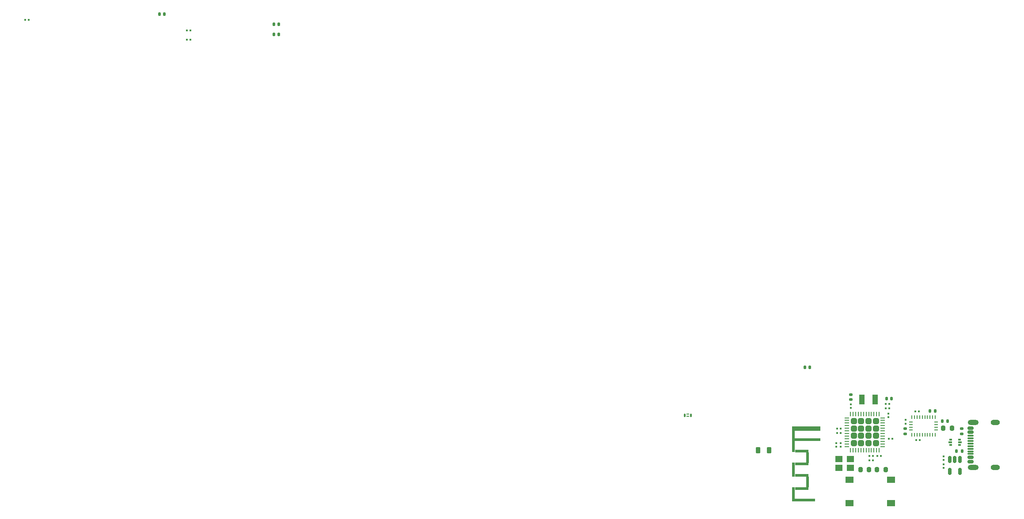
<source format=gbr>
%TF.GenerationSoftware,KiCad,Pcbnew,7.0.8*%
%TF.CreationDate,2024-02-19T13:09:21+00:00*%
%TF.ProjectId,HW_MoveCritic_KiCad_Project,48575f4d-6f76-4654-9372-697469635f4b,rev?*%
%TF.SameCoordinates,Original*%
%TF.FileFunction,Paste,Top*%
%TF.FilePolarity,Positive*%
%FSLAX46Y46*%
G04 Gerber Fmt 4.6, Leading zero omitted, Abs format (unit mm)*
G04 Created by KiCad (PCBNEW 7.0.8) date 2024-02-19 13:09:21*
%MOMM*%
%LPD*%
G01*
G04 APERTURE LIST*
G04 Aperture macros list*
%AMRoundRect*
0 Rectangle with rounded corners*
0 $1 Rounding radius*
0 $2 $3 $4 $5 $6 $7 $8 $9 X,Y pos of 4 corners*
0 Add a 4 corners polygon primitive as box body*
4,1,4,$2,$3,$4,$5,$6,$7,$8,$9,$2,$3,0*
0 Add four circle primitives for the rounded corners*
1,1,$1+$1,$2,$3*
1,1,$1+$1,$4,$5*
1,1,$1+$1,$6,$7*
1,1,$1+$1,$8,$9*
0 Add four rect primitives between the rounded corners*
20,1,$1+$1,$2,$3,$4,$5,0*
20,1,$1+$1,$4,$5,$6,$7,0*
20,1,$1+$1,$6,$7,$8,$9,0*
20,1,$1+$1,$8,$9,$2,$3,0*%
G04 Aperture macros list end*
%ADD10RoundRect,0.079500X-0.079500X-0.100500X0.079500X-0.100500X0.079500X0.100500X-0.079500X0.100500X0*%
%ADD11RoundRect,0.135000X0.185000X-0.135000X0.185000X0.135000X-0.185000X0.135000X-0.185000X-0.135000X0*%
%ADD12R,0.500000X0.375000*%
%ADD13R,0.650000X0.300000*%
%ADD14RoundRect,0.218750X-0.218750X-0.381250X0.218750X-0.381250X0.218750X0.381250X-0.218750X0.381250X0*%
%ADD15RoundRect,0.079500X0.079500X0.100500X-0.079500X0.100500X-0.079500X-0.100500X0.079500X-0.100500X0*%
%ADD16RoundRect,0.147500X-0.147500X-0.172500X0.147500X-0.172500X0.147500X0.172500X-0.147500X0.172500X0*%
%ADD17R,1.100000X1.900000*%
%ADD18RoundRect,0.135000X0.135000X0.185000X-0.135000X0.185000X-0.135000X-0.185000X0.135000X-0.185000X0*%
%ADD19RoundRect,0.140000X-0.140000X-0.170000X0.140000X-0.170000X0.140000X0.170000X-0.140000X0.170000X0*%
%ADD20RoundRect,0.150000X0.425000X-0.150000X0.425000X0.150000X-0.425000X0.150000X-0.425000X-0.150000X0*%
%ADD21RoundRect,0.075000X0.500000X-0.075000X0.500000X0.075000X-0.500000X0.075000X-0.500000X-0.075000X0*%
%ADD22O,2.100000X1.000000*%
%ADD23O,1.800000X1.000000*%
%ADD24RoundRect,0.135000X-0.135000X-0.185000X0.135000X-0.185000X0.135000X0.185000X-0.135000X0.185000X0*%
%ADD25RoundRect,0.200000X0.200000X0.275000X-0.200000X0.275000X-0.200000X-0.275000X0.200000X-0.275000X0*%
%ADD26RoundRect,0.079500X0.100500X-0.079500X0.100500X0.079500X-0.100500X0.079500X-0.100500X-0.079500X0*%
%ADD27R,0.500000X5.000000*%
%ADD28R,4.900000X0.500000*%
%ADD29R,2.640000X0.500000*%
%ADD30R,0.500000X2.000000*%
%ADD31R,0.500000X2.700000*%
%ADD32R,3.900000X0.500000*%
%ADD33R,4.900000X0.900000*%
%ADD34R,1.550000X1.300000*%
%ADD35RoundRect,0.079500X-0.100500X0.079500X-0.100500X-0.079500X0.100500X-0.079500X0.100500X0.079500X0*%
%ADD36RoundRect,0.250000X-0.315000X0.315000X-0.315000X-0.315000X0.315000X-0.315000X0.315000X0.315000X0*%
%ADD37RoundRect,0.062500X-0.062500X0.375000X-0.062500X-0.375000X0.062500X-0.375000X0.062500X0.375000X0*%
%ADD38RoundRect,0.062500X-0.375000X0.062500X-0.375000X-0.062500X0.375000X-0.062500X0.375000X0.062500X0*%
%ADD39RoundRect,0.200000X-0.200000X-0.275000X0.200000X-0.275000X0.200000X0.275000X-0.200000X0.275000X0*%
%ADD40RoundRect,0.140000X-0.170000X0.140000X-0.170000X-0.140000X0.170000X-0.140000X0.170000X0.140000X0*%
%ADD41RoundRect,0.068750X-0.068750X-0.281250X0.068750X-0.281250X0.068750X0.281250X-0.068750X0.281250X0*%
%ADD42RoundRect,0.061250X-0.163750X-0.061250X0.163750X-0.061250X0.163750X0.061250X-0.163750X0.061250X0*%
%ADD43R,0.254000X0.675000*%
%ADD44R,0.675000X0.254000*%
%ADD45R,1.400000X1.200000*%
%ADD46RoundRect,0.150000X-0.150000X0.512500X-0.150000X-0.512500X0.150000X-0.512500X0.150000X0.512500X0*%
G04 APERTURE END LIST*
D10*
%TO.C,C4*%
X152505000Y-102850000D03*
X153195000Y-102850000D03*
%TD*%
D11*
%TO.C,R10*%
X157800000Y-98560000D03*
X157800000Y-97540000D03*
%TD*%
D12*
%TO.C,U2*%
X168225000Y-100737500D03*
D13*
X168300000Y-100200000D03*
D12*
X168225000Y-99662500D03*
X166525000Y-99662500D03*
D13*
X166450000Y-100200000D03*
D12*
X166525000Y-100737500D03*
%TD*%
D14*
%TO.C,L2*%
X129662500Y-101700000D03*
X131787500Y-101700000D03*
%TD*%
D10*
%TO.C,C6*%
X154105000Y-93650000D03*
X154795000Y-93650000D03*
%TD*%
D15*
%TO.C,C1*%
X145495000Y-98450000D03*
X144805000Y-98450000D03*
%TD*%
D16*
%TO.C,L3*%
X14905000Y-17972500D03*
X15875000Y-17972500D03*
%TD*%
D17*
%TO.C,X1*%
X149550000Y-92000000D03*
X152050000Y-92000000D03*
%TD*%
D18*
%TO.C,R4*%
X168710000Y-101900000D03*
X167690000Y-101900000D03*
%TD*%
D10*
%TO.C,C20*%
X159755000Y-94300000D03*
X160445000Y-94300000D03*
%TD*%
D19*
%TO.C,C15*%
X36840000Y-21882500D03*
X37800000Y-21882500D03*
%TD*%
D11*
%TO.C,R3*%
X168650000Y-98560000D03*
X168650000Y-97540000D03*
%TD*%
D10*
%TO.C,C16*%
X20175000Y-22862500D03*
X20865000Y-22862500D03*
%TD*%
%TO.C,C11*%
X20175000Y-21112500D03*
X20865000Y-21112500D03*
%TD*%
D19*
%TO.C,C13*%
X154240000Y-91800000D03*
X155200000Y-91800000D03*
%TD*%
D20*
%TO.C,J3*%
X170320000Y-103880000D03*
X170320000Y-103080000D03*
D21*
X170320000Y-101930000D03*
X170320000Y-100930000D03*
X170320000Y-100430000D03*
X170320000Y-99430000D03*
D20*
X170320000Y-98280000D03*
X170320000Y-97480000D03*
X170320000Y-97480000D03*
X170320000Y-98280000D03*
D21*
X170320000Y-98930000D03*
X170320000Y-99930000D03*
X170320000Y-101430000D03*
X170320000Y-102430000D03*
D20*
X170320000Y-103080000D03*
X170320000Y-103880000D03*
D22*
X170895000Y-105000000D03*
D23*
X175075000Y-105000000D03*
D22*
X170895000Y-96360000D03*
D23*
X175075000Y-96360000D03*
%TD*%
D24*
%TO.C,R8*%
X162540000Y-94200000D03*
X163560000Y-94200000D03*
%TD*%
D25*
%TO.C,R2*%
X154075000Y-105450000D03*
X152425000Y-105450000D03*
%TD*%
D10*
%TO.C,C16*%
X-10820000Y-19070000D03*
X-10130000Y-19070000D03*
%TD*%
D26*
%TO.C,C2*%
X147450000Y-93625000D03*
X147450000Y-92935000D03*
%TD*%
D27*
%TO.C,AE1*%
X136450000Y-99625000D03*
D28*
X139150000Y-99675000D03*
D29*
X138020000Y-101875000D03*
D30*
X139090000Y-103125000D03*
D29*
X138020000Y-104375000D03*
D31*
X136450000Y-105475000D03*
D29*
X138020000Y-106575000D03*
D30*
X139090000Y-107825000D03*
D29*
X138020000Y-109075000D03*
D31*
X136450000Y-110175000D03*
D32*
X138650000Y-111275000D03*
D33*
X139150000Y-97575000D03*
%TD*%
D34*
%TO.C,SW1*%
X147175000Y-107400000D03*
X155125000Y-107400000D03*
X147175000Y-111900000D03*
X155125000Y-111900000D03*
%TD*%
D35*
%TO.C,C18*%
X165200000Y-102887500D03*
X165200000Y-103577500D03*
%TD*%
D26*
%TO.C,C21*%
X157900000Y-96595000D03*
X157900000Y-95905000D03*
%TD*%
%TO.C,C10*%
X144650000Y-101045000D03*
X144650000Y-100355000D03*
%TD*%
%TO.C,C19*%
X165200000Y-105107500D03*
X165200000Y-104417500D03*
%TD*%
D15*
%TO.C,C8*%
X151645000Y-102850000D03*
X150955000Y-102850000D03*
%TD*%
%TO.C,C17*%
X145495000Y-97600000D03*
X144805000Y-97600000D03*
%TD*%
D36*
%TO.C,U1*%
X152200000Y-96150000D03*
X150800000Y-96150000D03*
X149400000Y-96150000D03*
X148000000Y-96150000D03*
X152200000Y-97550000D03*
X150800000Y-97550000D03*
X149400000Y-97550000D03*
X148000000Y-97550000D03*
X152200000Y-98950000D03*
X150800000Y-98950000D03*
X149400000Y-98950000D03*
X148000000Y-98950000D03*
X152200000Y-100350000D03*
X150800000Y-100350000D03*
X149400000Y-100350000D03*
X148000000Y-100350000D03*
D37*
X152850000Y-94812500D03*
X152350000Y-94812500D03*
X151850000Y-94812500D03*
X151350000Y-94812500D03*
X150850000Y-94812500D03*
X150350000Y-94812500D03*
X149850000Y-94812500D03*
X149350000Y-94812500D03*
X148850000Y-94812500D03*
X148350000Y-94812500D03*
X147850000Y-94812500D03*
X147350000Y-94812500D03*
D38*
X146662500Y-95500000D03*
X146662500Y-96000000D03*
X146662500Y-96500000D03*
X146662500Y-97000000D03*
X146662500Y-97500000D03*
X146662500Y-98000000D03*
X146662500Y-98500000D03*
X146662500Y-99000000D03*
X146662500Y-99500000D03*
X146662500Y-100000000D03*
X146662500Y-100500000D03*
X146662500Y-101000000D03*
D37*
X147350000Y-101687500D03*
X147850000Y-101687500D03*
X148350000Y-101687500D03*
X148850000Y-101687500D03*
X149350000Y-101687500D03*
X149850000Y-101687500D03*
X150350000Y-101687500D03*
X150850000Y-101687500D03*
X151350000Y-101687500D03*
X151850000Y-101687500D03*
X152350000Y-101687500D03*
X152850000Y-101687500D03*
D38*
X153537500Y-101000000D03*
X153537500Y-100500000D03*
X153537500Y-100000000D03*
X153537500Y-99500000D03*
X153537500Y-99000000D03*
X153537500Y-98500000D03*
X153537500Y-98000000D03*
X153537500Y-97500000D03*
X153537500Y-97000000D03*
X153537500Y-96500000D03*
X153537500Y-96000000D03*
X153537500Y-95500000D03*
%TD*%
D16*
%TO.C,L1*%
X138575000Y-85770000D03*
X139545000Y-85770000D03*
%TD*%
D25*
%TO.C,R6*%
X166775000Y-97500000D03*
X165125000Y-97500000D03*
%TD*%
D15*
%TO.C,C22*%
X160595000Y-99800000D03*
X159905000Y-99800000D03*
%TD*%
D39*
%TO.C,R1*%
X149275000Y-105450000D03*
X150925000Y-105450000D03*
%TD*%
D15*
%TO.C,C9*%
X151640000Y-103700000D03*
X150950000Y-103700000D03*
%TD*%
D19*
%TO.C,C14*%
X36840000Y-19912500D03*
X37800000Y-19912500D03*
%TD*%
D10*
%TO.C,C3*%
X154675000Y-99500000D03*
X155365000Y-99500000D03*
%TD*%
D26*
%TO.C,C23*%
X145500000Y-101045000D03*
X145500000Y-100355000D03*
%TD*%
D18*
%TO.C,R7*%
X165960000Y-96150000D03*
X164940000Y-96150000D03*
%TD*%
D10*
%TO.C,C7*%
X154090000Y-92800000D03*
X154780000Y-92800000D03*
%TD*%
D40*
%TO.C,C12*%
X147400000Y-91050000D03*
X147400000Y-92010000D03*
%TD*%
D41*
%TO.C,FLT1*%
X115562500Y-95000000D03*
D42*
X116175000Y-94772500D03*
X116175000Y-95227500D03*
D41*
X116787500Y-95000000D03*
%TD*%
D43*
%TO.C,U5*%
X159100000Y-95387500D03*
D44*
X158962500Y-96300000D03*
X158962500Y-96800000D03*
X158962500Y-97300000D03*
X158962500Y-97800000D03*
D43*
X159100000Y-98712500D03*
X159600000Y-98712500D03*
X160100000Y-98712500D03*
X160600000Y-98712500D03*
X161100000Y-98712500D03*
X161600000Y-98712500D03*
X162100000Y-98712500D03*
X162600000Y-98712500D03*
X163100000Y-98712500D03*
X163600000Y-98712500D03*
D44*
X163737500Y-97800000D03*
X163737500Y-97300000D03*
X163737500Y-96800000D03*
X163737500Y-96300000D03*
D43*
X163600000Y-95387500D03*
X163100000Y-95387500D03*
X162600000Y-95387500D03*
X162100000Y-95387500D03*
X161600000Y-95387500D03*
X161100000Y-95387500D03*
X160600000Y-95387500D03*
X160100000Y-95387500D03*
X159600000Y-95387500D03*
%TD*%
D26*
%TO.C,C5*%
X154650000Y-95395000D03*
X154650000Y-94705000D03*
%TD*%
D45*
%TO.C,X2*%
X145150000Y-105100000D03*
X147350000Y-105100000D03*
X147350000Y-103400000D03*
X145150000Y-103400000D03*
%TD*%
D46*
%TO.C,U3*%
X168300000Y-103462500D03*
X167350000Y-103462500D03*
X166400000Y-103462500D03*
X166400000Y-105737500D03*
X168300000Y-105737500D03*
%TD*%
M02*

</source>
